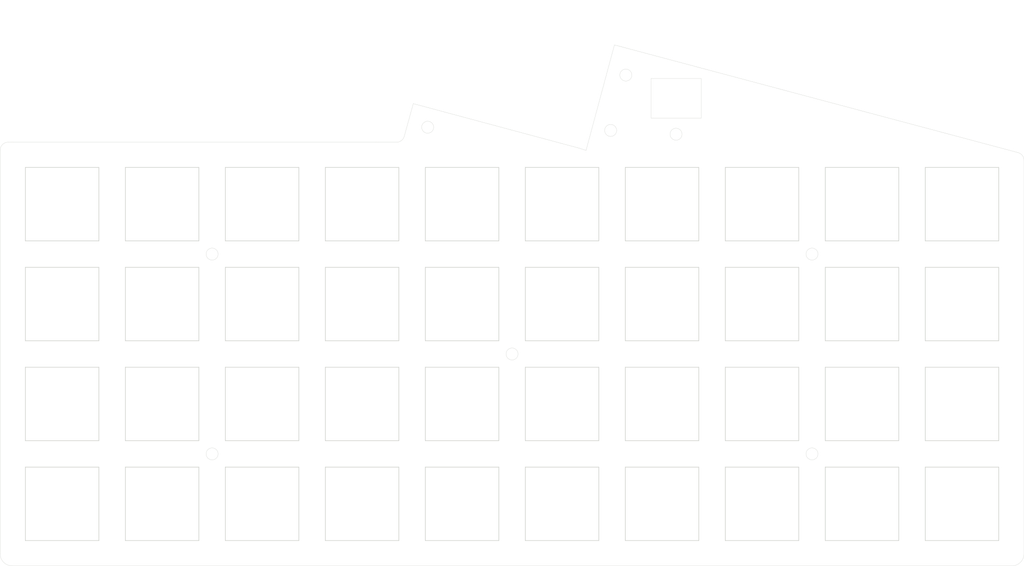
<source format=kicad_pcb>
(kicad_pcb (version 20211014) (generator pcbnew)
  (layers (0 "F.Cu" signal) (31 "B.Cu" signal) (34 "B.Paste" user) (35 "F.Paste" user) (36 "B.SilkS" user "B.Silkscreen") (37 "F.SilkS" user "F.Silkscreen") (38 "B.Mask" user) (39 "F.Mask" user) (44 "Edge.Cuts" user))
  (net 0 "")
  (footprint "Personaal:Switch Hole" (layer "F.Cu") (at 61.5315 131.2926)
    (fp_text reference "K1" hide)
    (fp_text value "KEYSW" hide)
    (fp_line (start -7 -7) (end 7 -7) (layer "Edge.Cuts") (width 0.12))
    (fp_line (start 7 -7) (end 7 7) (layer "Edge.Cuts") (width 0.12))
    (fp_line (start 7 7) (end -7 7) (layer "Edge.Cuts") (width 0.12))
    (fp_line (start -7 7) (end -7 -7) (layer "Edge.Cuts") (width 0.12))
  )
  (footprint "Personaal:Switch Hole" (layer "F.Cu") (at 156.7815 93.1926)
    (fp_text reference "K23" hide)
    (fp_text value "KEYSW" hide)
    (fp_line (start 7 7) (end -7 7) (layer "Edge.Cuts") (width 0.12))
    (fp_line (start -7 -7) (end 7 -7) (layer "Edge.Cuts") (width 0.12))
    (fp_line (start -7 7) (end -7 -7) (layer "Edge.Cuts") (width 0.12))
    (fp_line (start 7 -7) (end 7 7) (layer "Edge.Cuts") (width 0.12))
  )
  (footprint "Personaal:Switch Hole" (layer "F.Cu") (at 213.931501 93.1926)
    (fp_text reference "K35" hide)
    (fp_text value "KEYSW" hide)
    (fp_line (start -7 7) (end -7 -7) (layer "Edge.Cuts") (width 0.12))
    (fp_line (start 7 7) (end -7 7) (layer "Edge.Cuts") (width 0.12))
    (fp_line (start 7 -7) (end 7 7) (layer "Edge.Cuts") (width 0.12))
    (fp_line (start -7 -7) (end 7 -7) (layer "Edge.Cuts") (width 0.12))
  )
  (footprint "Personaal:Switch Hole" (layer "F.Cu") (at 118.6815 74.1426)
    (fp_text reference "K16" hide)
    (fp_text value "KEYSW" hide)
    (fp_line (start -7 -7) (end 7 -7) (layer "Edge.Cuts") (width 0.12))
    (fp_line (start -7 7) (end -7 -7) (layer "Edge.Cuts") (width 0.12))
    (fp_line (start 7 7) (end -7 7) (layer "Edge.Cuts") (width 0.12))
    (fp_line (start 7 -7) (end 7 7) (layer "Edge.Cuts") (width 0.12))
  )
  (footprint "Personaal:Switch Hole" (layer "F.Cu") (at 118.6815 93.1926)
    (fp_text reference "K15" hide)
    (fp_text value "KEYSW" hide)
    (fp_line (start 7 -7) (end 7 7) (layer "Edge.Cuts") (width 0.12))
    (fp_line (start -7 7) (end -7 -7) (layer "Edge.Cuts") (width 0.12))
    (fp_line (start -7 -7) (end 7 -7) (layer "Edge.Cuts") (width 0.12))
    (fp_line (start 7 7) (end -7 7) (layer "Edge.Cuts") (width 0.12))
  )
  (footprint "Personaal:Switch Hole" (layer "F.Cu") (at 194.881499 93.1926)
    (fp_text reference "K31" hide)
    (fp_text value "KEYSW" hide)
    (fp_line (start -7 7) (end -7 -7) (layer "Edge.Cuts") (width 0.12))
    (fp_line (start 7 7) (end -7 7) (layer "Edge.Cuts") (width 0.12))
    (fp_line (start 7 -7) (end 7 7) (layer "Edge.Cuts") (width 0.12))
    (fp_line (start -7 -7) (end 7 -7) (layer "Edge.Cuts") (width 0.12))
  )
  (footprint "Personaal:Switch Hole" (layer "F.Cu") (at 61.5315 74.1426)
    (fp_text reference "K4" hide)
    (fp_text value "KEYSW" hide)
    (fp_line (start -7 7) (end -7 -7) (layer "Edge.Cuts") (width 0.12))
    (fp_line (start 7 7) (end -7 7) (layer "Edge.Cuts") (width 0.12))
    (fp_line (start 7 -7) (end 7 7) (layer "Edge.Cuts") (width 0.12))
    (fp_line (start -7 -7) (end 7 -7) (layer "Edge.Cuts") (width 0.12))
  )
  (footprint "Personaal:Switch Hole" (layer "F.Cu") (at 137.7315 93.1926)
    (fp_text reference "K19" hide)
    (fp_text value "KEYSW" hide)
    (fp_line (start 7 -7) (end 7 7) (layer "Edge.Cuts") (width 0.12))
    (fp_line (start -7 -7) (end 7 -7) (layer "Edge.Cuts") (width 0.12))
    (fp_line (start -7 7) (end -7 -7) (layer "Edge.Cuts") (width 0.12))
    (fp_line (start 7 7) (end -7 7) (layer "Edge.Cuts") (width 0.12))
  )
  (footprint "Personaal:Switch Hole" (layer "F.Cu") (at 232.9815 112.2426)
    (fp_text reference "K38" hide)
    (fp_text value "KEYSW" hide)
    (fp_line (start -7 -7) (end 7 -7) (layer "Edge.Cuts") (width 0.12))
    (fp_line (start -7 7) (end -7 -7) (layer "Edge.Cuts") (width 0.12))
    (fp_line (start 7 -7) (end 7 7) (layer "Edge.Cuts") (width 0.12))
    (fp_line (start 7 7) (end -7 7) (layer "Edge.Cuts") (width 0.12))
  )
  (footprint "Personaal:Switch Hole" (layer "F.Cu") (at 99.6315 112.242601)
    (fp_text reference "K10" hide)
    (fp_text value "KEYSW" hide)
    (fp_line (start -7 -7) (end 7 -7) (layer "Edge.Cuts") (width 0.12))
    (fp_line (start 7 -7) (end 7 7) (layer "Edge.Cuts") (width 0.12))
    (fp_line (start 7 7) (end -7 7) (layer "Edge.Cuts") (width 0.12))
    (fp_line (start -7 7) (end -7 -7) (layer "Edge.Cuts") (width 0.12))
  )
  (footprint "Personaal:Switch Hole" (layer "F.Cu") (at 80.5815 112.242601)
    (fp_text reference "K6" hide)
    (fp_text value "KEYSW" hide)
    (fp_line (start 7 -7) (end 7 7) (layer "Edge.Cuts") (width 0.12))
    (fp_line (start -7 7) (end -7 -7) (layer "Edge.Cuts") (width 0.12))
    (fp_line (start 7 7) (end -7 7) (layer "Edge.Cuts") (width 0.12))
    (fp_line (start -7 -7) (end 7 -7) (layer "Edge.Cuts") (width 0.12))
  )
  (footprint "Personaal:Switch Hole" (layer "F.Cu") (at 80.5815 74.1426)
    (fp_text reference "K8" hide)
    (fp_text value "KEYSW" hide)
    (fp_line (start -7 7) (end -7 -7) (layer "Edge.Cuts") (width 0.12))
    (fp_line (start -7 -7) (end 7 -7) (layer "Edge.Cuts") (width 0.12))
    (fp_line (start 7 7) (end -7 7) (layer "Edge.Cuts") (width 0.12))
    (fp_line (start 7 -7) (end 7 7) (layer "Edge.Cuts") (width 0.12))
  )
  (footprint "Personaal:Switch Hole" (layer "F.Cu") (at 213.9315 74.1426)
    (fp_text reference "K36" hide)
    (fp_text value "KEYSW" hide)
    (fp_line (start 7 -7) (end 7 7) (layer "Edge.Cuts") (width 0.12))
    (fp_line (start -7 -7) (end 7 -7) (layer "Edge.Cuts") (width 0.12))
    (fp_line (start 7 7) (end -7 7) (layer "Edge.Cuts") (width 0.12))
    (fp_line (start -7 7) (end -7 -7) (layer "Edge.Cuts") (width 0.12))
  )
  (footprint "Personaal:Switch Hole" (layer "F.Cu") (at 175.8315 74.1426)
    (fp_text reference "K28" hide)
    (fp_text value "KEYSW" hide)
    (fp_line (start 7 -7) (end 7 7) (layer "Edge.Cuts") (width 0.12))
    (fp_line (start -7 7) (end -7 -7) (layer "Edge.Cuts") (width 0.12))
    (fp_line (start -7 -7) (end 7 -7) (layer "Edge.Cuts") (width 0.12))
    (fp_line (start 7 7) (end -7 7) (layer "Edge.Cuts") (width 0.12))
  )
  (footprint "Personaal:Switch Hole" (layer "F.Cu") (at 156.7815 131.2926)
    (fp_text reference "K21" hide)
    (fp_text value "KEYSW" hide)
    (fp_line (start 7 7) (end -7 7) (layer "Edge.Cuts") (width 0.12))
    (fp_line (start 7 -7) (end 7 7) (layer "Edge.Cuts") (width 0.12))
    (fp_line (start -7 7) (end -7 -7) (layer "Edge.Cuts") (width 0.12))
    (fp_line (start -7 -7) (end 7 -7) (layer "Edge.Cuts") (width 0.12))
  )
  (footprint "Personaal:Switch Hole" (layer "F.Cu") (at 137.7315 74.1426)
    (fp_text reference "K20" hide)
    (fp_text value "KEYSW" hide)
    (fp_line (start -7 -7) (end 7 -7) (layer "Edge.Cuts") (width 0.12))
    (fp_line (start 7 -7) (end 7 7) (layer "Edge.Cuts") (width 0.12))
    (fp_line (start -7 7) (end -7 -7) (layer "Edge.Cuts") (width 0.12))
    (fp_line (start 7 7) (end -7 7) (layer "Edge.Cuts") (width 0.12))
  )
  (footprint "Personaal:Switch Hole" (layer "F.Cu") (at 99.6315 74.1426)
    (fp_text reference "K12" hide)
    (fp_text value "KEYSW" hide)
    (fp_line (start -7 -7) (end 7 -7) (layer "Edge.Cuts") (width 0.12))
    (fp_line (start 7 7) (end -7 7) (layer "Edge.Cuts") (width 0.12))
    (fp_line (start -7 7) (end -7 -7) (layer "Edge.Cuts") (width 0.12))
    (fp_line (start 7 -7) (end 7 7) (layer "Edge.Cuts") (width 0.12))
  )
  (footprint "Personaal:Switch Hole" (layer "F.Cu") (at 118.6815 131.2926)
    (fp_text reference "K13" hide)
    (fp_text value "KEYSW" hide)
    (fp_line (start 7 7) (end -7 7) (layer "Edge.Cuts") (width 0.12))
    (fp_line (start -7 7) (end -7 -7) (layer "Edge.Cuts") (width 0.12))
    (fp_line (start 7 -7) (end 7 7) (layer "Edge.Cuts") (width 0.12))
    (fp_line (start -7 -7) (end 7 -7) (layer "Edge.Cuts") (width 0.12))
  )
  (footprint "Personaal:Switch Hole" (layer "F.Cu") (at 156.7815 74.1426)
    (fp_text reference "K24" hide)
    (fp_text value "KEYSW" hide)
    (fp_line (start -7 -7) (end 7 -7) (layer "Edge.Cuts") (width 0.12))
    (fp_line (start -7 7) (end -7 -7) (layer "Edge.Cuts") (width 0.12))
    (fp_line (start 7 7) (end -7 7) (layer "Edge.Cuts") (width 0.12))
    (fp_line (start 7 -7) (end 7 7) (layer "Edge.Cuts") (width 0.12))
  )
  (footprint "Personaal:Switch Hole" (layer "F.Cu") (at 137.7315 131.2926)
    (fp_text reference "K17" hide)
    (fp_text value "KEYSW" hide)
    (fp_line (start 7 7) (end -7 7) (layer "Edge.Cuts") (width 0.12))
    (fp_line (start -7 -7) (end 7 -7) (layer "Edge.Cuts") (width 0.12))
    (fp_line (start 7 -7) (end 7 7) (layer "Edge.Cuts") (width 0.12))
    (fp_line (start -7 7) (end -7 -7) (layer "Edge.Cuts") (width 0.12))
  )
  (footprint "Personaal:Switch Hole" (layer "F.Cu") (at 80.581499 93.1926)
    (fp_text reference "K7" hide)
    (fp_text value "KEYSW" hide)
    (fp_line (start 7 7) (end -7 7) (layer "Edge.Cuts") (width 0.12))
    (fp_line (start -7 7) (end -7 -7) (layer "Edge.Cuts") (width 0.12))
    (fp_line (start 7 -7) (end 7 7) (layer "Edge.Cuts") (width 0.12))
    (fp_line (start -7 -7) (end 7 -7) (layer "Edge.Cuts") (width 0.12))
  )
  (footprint "Personaal:Switch Hole" (layer "F.Cu") (at 61.5315 93.1926)
    (fp_text reference "K3" hide)
    (fp_text value "KEYSW" hide)
    (fp_line (start -7 7) (end -7 -7) (layer "Edge.Cuts") (width 0.12))
    (fp_line (start 7 7) (end -7 7) (layer "Edge.Cuts") (width 0.12))
    (fp_line (start 7 -7) (end 7 7) (layer "Edge.Cuts") (width 0.12))
    (fp_line (start -7 -7) (end 7 -7) (layer "Edge.Cuts") (width 0.12))
  )
  (footprint "Personaal:Switch Hole" (layer "F.Cu") (at 194.8815 112.242601)
    (fp_text reference "K30" hide)
    (fp_text value "KEYSW" hide)
    (fp_line (start -7 -7) (end 7 -7) (layer "Edge.Cuts") (width 0.12))
    (fp_line (start 7 7) (end -7 7) (layer "Edge.Cuts") (width 0.12))
    (fp_line (start 7 -7) (end 7 7) (layer "Edge.Cuts") (width 0.12))
    (fp_line (start -7 7) (end -7 -7) (layer "Edge.Cuts") (width 0.12))
  )
  (footprint "Personaal:Switch Hole" (layer "F.Cu") (at 175.8315 131.2926)
    (fp_text reference "K25" hide)
    (fp_text value "KEYSW" hide)
    (fp_line (start 7 -7) (end 7 7) (layer "Edge.Cuts") (width 0.12))
    (fp_line (start -7 -7) (end 7 -7) (layer "Edge.Cuts") (width 0.12))
    (fp_line (start 7 7) (end -7 7) (layer "Edge.Cuts") (width 0.12))
    (fp_line (start -7 7) (end -7 -7) (layer "Edge.Cuts") (width 0.12))
  )
  (footprint "Personaal:Switch Hole" (layer "F.Cu") (at 80.5815 131.2926)
    (fp_text reference "K5" hide)
    (fp_text value "KEYSW" hide)
    (fp_line (start -7 7) (end -7 -7) (layer "Edge.Cuts") (width 0.12))
    (fp_line (start 7 -7) (end 7 7) (layer "Edge.Cuts") (width 0.12))
    (fp_line (start -7 -7) (end 7 -7) (layer "Edge.Cuts") (width 0.12))
    (fp_line (start 7 7) (end -7 7) (layer "Edge.Cuts") (width 0.12))
  )
  (footprint "Personaal:Switch Hole" (layer "F.Cu") (at 213.9315 112.242601)
    (fp_text reference "K34" hide)
    (fp_text value "KEYSW" hide)
    (fp_line (start 7 7) (end -7 7) (layer "Edge.Cuts") (width 0.12))
    (fp_line (start -7 -7) (end 7 -7) (layer "Edge.Cuts") (width 0.12))
    (fp_line (start 7 -7) (end 7 7) (layer "Edge.Cuts") (width 0.12))
    (fp_line (start -7 7) (end -7 -7) (layer "Edge.Cuts") (width 0.12))
  )
  (footprint "Personaal:Switch Hole" (layer "F.Cu") (at 194.8815 131.2926)
    (fp_text reference "K29" hide)
    (fp_text value "KEYSW" hide)
    (fp_line (start -7 7) (end -7 -7) (layer "Edge.Cuts") (width 0.12))
    (fp_line (start -7 -7) (end 7 -7) (layer "Edge.Cuts") (width 0.12))
    (fp_line (start 7 -7) (end 7 7) (layer "Edge.Cuts") (width 0.12))
    (fp_line (start 7 7) (end -7 7) (layer "Edge.Cuts") (width 0.12))
  )
  (footprint "Personaal:Switch Hole" (layer "F.Cu") (at 232.9815 131.2926)
    (fp_text reference "K37" hide)
    (fp_text value "KEYSW" hide)
    (fp_line (start -7 7) (end -7 -7) (layer "Edge.Cuts") (width 0.12))
    (fp_line (start 7 7) (end -7 7) (layer "Edge.Cuts") (width 0.12))
    (fp_line (start -7 -7) (end 7 -7) (layer "Edge.Cuts") (width 0.12))
    (fp_line (start 7 -7) (end 7 7) (layer "Edge.Cuts") (width 0.12))
  )
  (footprint "Personaal:Switch Hole" (layer "F.Cu") (at 232.9815 74.1426)
    (fp_text reference "K40" hide)
    (fp_text value "KEYSW" hide)
    (fp_line (start -7 7) (end -7 -7) (layer "Edge.Cuts") (width 0.12))
    (fp_line (start 7 7) (end -7 7) (layer "Edge.Cuts") (width 0.12))
    (fp_line (start 7 -7) (end 7 7) (layer "Edge.Cuts") (width 0.12))
    (fp_line (start -7 -7) (end 7 -7) (layer "Edge.Cuts") (width 0.12))
  )
  (footprint "Personaal:Switch Hole" (layer "F.Cu") (at 175.8315 93.1926)
    (fp_text reference "K27" hide)
    (fp_text value "KEYSW" hide)
    (fp_line (start -7 -7) (end 7 -7) (layer "Edge.Cuts") (width 0.12))
    (fp_line (start -7 7) (end -7 -7) (layer "Edge.Cuts") (width 0.12))
    (fp_line (start 7 7) (end -7 7) (layer "Edge.Cuts") (width 0.12))
    (fp_line (start 7 -7) (end 7 7) (layer "Edge.Cuts") (width 0.12))
  )
  (footprint "Personaal:Switch Hole" (layer "F.Cu") (at 156.7815 112.2426)
    (fp_text reference "K22" hide)
    (fp_text value "KEYSW" hide)
    (fp_line (start 7 7) (end -7 7) (layer "Edge.Cuts") (width 0.12))
    (fp_line (start 7 -7) (end 7 7) (layer "Edge.Cuts") (width 0.12))
    (fp_line (start -7 -7) (end 7 -7) (layer "Edge.Cuts") (width 0.12))
    (fp_line (start -7 7) (end -7 -7) (layer "Edge.Cuts") (width 0.12))
  )
  (footprint "Personaal:Switch Hole" (layer "F.Cu") (at 99.631501 93.1926)
    (fp_text reference "K11" hide)
    (fp_text value "KEYSW" hide)
    (fp_line (start -7 7) (end -7 -7) (layer "Edge.Cuts") (width 0.12))
    (fp_line (start 7 -7) (end 7 7) (layer "Edge.Cuts") (width 0.12))
    (fp_line (start -7 -7) (end 7 -7) (layer "Edge.Cuts") (width 0.12))
    (fp_line (start 7 7) (end -7 7) (layer "Edge.Cuts") (width 0.12))
  )
  (footprint "Personaal:Switch Hole" (layer "F.Cu") (at 137.7315 112.2426)
    (fp_text reference "K18" hide)
    (fp_text value "KEYSW" hide)
    (fp_line (start -7 7) (end -7 -7) (layer "Edge.Cuts") (width 0.12))
    (fp_line (start -7 -7) (end 7 -7) (layer "Edge.Cuts") (width 0.12))
    (fp_line (start 7 7) (end -7 7) (layer "Edge.Cuts") (width 0.12))
    (fp_line (start 7 -7) (end 7 7) (layer "Edge.Cuts") (width 0.12))
  )
  (footprint "Personaal:Switch Hole" (layer "F.Cu") (at 99.6315 131.2926)
    (fp_text reference "K9" hide)
    (fp_text value "KEYSW" hide)
    (fp_line (start -7 7) (end -7 -7) (layer "Edge.Cuts") (width 0.12))
    (fp_line (start 7 7) (end -7 7) (layer "Edge.Cuts") (width 0.12))
    (fp_line (start -7 -7) (end 7 -7) (layer "Edge.Cuts") (width 0.12))
    (fp_line (start 7 -7) (end 7 7) (layer "Edge.Cuts") (width 0.12))
  )
  (footprint "Personaal:Switch Hole" (layer "F.Cu") (at 232.9815 93.1926)
    (fp_text reference "K39" hide)
    (fp_text value "KEYSW" hide)
    (fp_line (start -7 -7) (end 7 -7) (layer "Edge.Cuts") (width 0.12))
    (fp_line (start 7 -7) (end 7 7) (layer "Edge.Cuts") (width 0.12))
    (fp_line (start 7 7) (end -7 7) (layer "Edge.Cuts") (width 0.12))
    (fp_line (start -7 7) (end -7 -7) (layer "Edge.Cuts") (width 0.12))
  )
  (footprint "Personaal:Switch Hole" (layer "F.Cu") (at 118.6815 112.2426)
    (fp_text reference "K14" hide)
    (fp_text value "KEYSW" hide)
    (fp_line (start 7 7) (end -7 7) (layer "Edge.Cuts") (width 0.12))
    (fp_line (start -7 7) (end -7 -7) (layer "Edge.Cuts") (width 0.12))
    (fp_line (start -7 -7) (end 7 -7) (layer "Edge.Cuts") (width 0.12))
    (fp_line (start 7 -7) (end 7 7) (layer "Edge.Cuts") (width 0.12))
  )
  (footprint "Personaal:Switch Hole" (layer "F.Cu") (at 175.8315 112.2426)
    (fp_text reference "K26" hide)
    (fp_text value "KEYSW" hide)
    (fp_line (start -7 -7) (end 7 -7) (layer "Edge.Cuts") (width 0.12))
    (fp_line (start -7 7) (end -7 -7) (layer "Edge.Cuts") (width 0.12))
    (fp_line (start 7 7) (end -7 7) (layer "Edge.Cuts") (width 0.12))
    (fp_line (start 7 -7) (end 7 7) (layer "Edge.Cuts") (width 0.12))
  )
  (footprint "Personaal:Switch Hole" (layer "F.Cu") (at 61.5315 112.2426)
    (fp_text reference "K2" hide)
    (fp_text value "KEYSW" hide)
    (fp_line (start 7 -7) (end 7 7) (layer "Edge.Cuts") (width 0.12))
    (fp_line (start -7 7) (end -7 -7) (layer "Edge.Cuts") (width 0.12))
    (fp_line (start 7 7) (end -7 7) (layer "Edge.Cuts") (width 0.12))
    (fp_line (start -7 -7) (end 7 -7) (layer "Edge.Cuts") (width 0.12))
  )
  (footprint "Personaal:Switch Hole" (layer "F.Cu") (at 213.9315 131.2926)
    (fp_text reference "K33" hide)
    (fp_text value "KEYSW" hide)
    (fp_line (start -7 -7) (end 7 -7) (layer "Edge.Cuts") (width 0.12))
    (fp_line (start 7 -7) (end 7 7) (layer "Edge.Cuts") (width 0.12))
    (fp_line (start -7 7) (end -7 -7) (layer "Edge.Cuts") (width 0.12))
    (fp_line (start 7 7) (end -7 7) (layer "Edge.Cuts") (width 0.12))
  )
  (footprint "Personaal:Switch Hole" (layer "F.Cu") (at 194.8815 74.1426)
    (fp_text reference "K32" hide)
    (fp_text value "KEYSW" hide)
    (fp_line (start 7 7) (end -7 7) (layer "Edge.Cuts") (width 0.12))
    (fp_line (start -7 -7) (end 7 -7) (layer "Edge.Cuts") (width 0.12))
    (fp_line (start -7 7) (end -7 -7) (layer "Edge.Cuts") (width 0.12))
    (fp_line (start 7 -7) (end 7 7) (layer "Edge.Cuts") (width 0.12))
  )
  (gr_circle (center 166.0398 60.0837) (end 167.1828 60.0837) (layer "Edge.Cuts") (width 0.05) (fill none))
  (gr_line (start 166.7637 43.7769) (end 243.64985 64.311444) (layer "Edge.Cuts") (width 0.05))
  (gr_line (start 173.736 50.1777) (end 173.736 57.7215) (layer "Edge.Cuts") (width 0.05))
  (gr_line (start 161.3535 63.8937) (end 166.7637 43.7769) (layer "Edge.Cuts") (width 0.05))
  (gr_line (start 242.5065 143.1036) (end 52.0065 143.1036) (layer "Edge.Cuts") (width 0.05))
  (gr_arc (start 244.7925 140.8176) (mid 244.122946 142.434046) (end 242.5065 143.1036) (layer "Edge.Cuts") (width 0.05))
  (gr_circle (center 90.1065 121.7676) (end 91.2495 121.7676) (layer "Edge.Cuts") (width 0.05) (fill none))
  (gr_line (start 49.7205 140.8176) (end 49.7205 64.6176) (layer "Edge.Cuts") (width 0.05))
  (gr_circle (center 90.1065 83.6676) (end 91.2495 83.6676) (layer "Edge.Cuts") (width 0.05) (fill none))
  (gr_circle (center 147.2565 102.7176) (end 148.3995 102.7176) (layer "Edge.Cuts") (width 0.05) (fill none))
  (gr_circle (center 168.9354 49.53) (end 170.0784 49.53) (layer "Edge.Cuts") (width 0.05) (fill none))
  (gr_line (start 183.2991 50.1777) (end 173.736 50.1777) (layer "Edge.Cuts") (width 0.05))
  (gr_line (start 183.2991 57.7215) (end 183.2991 50.1777) (layer "Edge.Cuts") (width 0.05))
  (gr_line (start 160.0581 63.4746) (end 161.3535 63.8937) (layer "Edge.Cuts") (width 0.05))
  (gr_circle (center 131.1783 59.4741) (end 132.3213 59.4741) (layer "Edge.Cuts") (width 0.05) (fill none))
  (gr_line (start 52.0065 62.3316) (end 51.2445 62.3316) (layer "Edge.Cuts") (width 0.05))
  (gr_circle (center 204.4065 121.7676) (end 205.5495 121.7676) (layer "Edge.Cuts") (width 0.05) (fill none))
  (gr_arc (start 243.64985 64.311444) (mid 244.47704 64.858493) (end 244.792499 65.7987) (layer "Edge.Cuts") (width 0.05))
  (gr_line (start 49.7205 63.8556) (end 49.7205 64.6176) (layer "Edge.Cuts") (width 0.05))
  (gr_line (start 121.4628 62.3316) (end 125.2347 62.3316) (layer "Edge.Cuts") (width 0.05))
  (gr_line (start 160.0581 63.4746) (end 128.4351 54.9783) (layer "Edge.Cuts") (width 0.05))
  (gr_arc (start 126.718819 61.202041) (mid 126.1745 62.016668) (end 125.24675 62.3316) (layer "Edge.Cuts") (width 0.05))
  (gr_arc (start 49.7205 63.8556) (mid 50.166869 62.777969) (end 51.2445 62.3316) (layer "Edge.Cuts") (width 0.05))
  (gr_line (start 126.718819 61.202041) (end 128.4351 54.9783) (layer "Edge.Cuts") (width 0.05))
  (gr_line (start 244.792499 65.7987) (end 244.7925 140.8176) (layer "Edge.Cuts") (width 0.05))
  (gr_line (start 52.0065 62.3316) (end 121.4628 62.3316) (layer "Edge.Cuts") (width 0.05))
  (gr_circle (center 204.4065 83.6676) (end 205.5495 83.6676) (layer "Edge.Cuts") (width 0.05) (fill none))
  (gr_line (start 173.736 57.7215) (end 183.2991 57.7215) (layer "Edge.Cuts") (width 0.05))
  (gr_circle (center 178.4985 60.8076) (end 179.6415 60.8076) (layer "Edge.Cuts") (width 0.05) (fill none))
  (gr_arc (start 52.0065 143.1036) (mid 50.390054 142.434046) (end 49.7205 140.8176) (layer "Edge.Cuts") (width 0.05))
)
</source>
